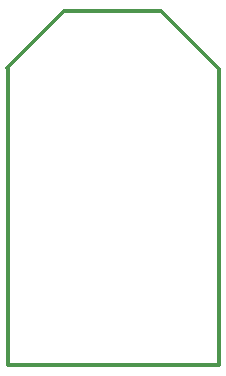
<source format=gko>
%FSLAX44Y44*%
%MOMM*%
G71*
G01*
G75*
G04 Layer_Color=16711935*
%ADD10C,0.0586*%
%ADD11R,0.8000X0.9000*%
%ADD12R,0.9000X0.8000*%
%ADD13R,1.2000X2.0000*%
%ADD14R,1.8000X1.3000*%
%ADD15R,0.4500X1.5000*%
%ADD16O,0.4500X1.5000*%
%ADD17C,0.4000*%
%ADD18C,0.2000*%
%ADD19C,0.7000*%
%ADD20C,0.3000*%
%ADD21C,0.5000*%
%ADD22C,0.8000*%
%ADD23R,2.4400X2.4400*%
%ADD24R,2.4400X2.4400*%
%ADD25C,2.3000*%
%ADD26C,1.8000*%
%ADD27C,1.0000*%
%ADD28C,0.4000*%
%ADD29C,0.5000*%
%ADD30C,0.1000*%
%ADD31C,0.1500*%
%ADD32R,1.0032X1.1032*%
%ADD33R,1.1032X1.0032*%
%ADD34R,1.4032X2.2032*%
%ADD35R,2.0032X1.5032*%
%ADD36R,0.6532X1.7032*%
%ADD37O,0.6532X1.7032*%
%ADD38R,2.6432X2.6432*%
%ADD39R,2.6432X2.6432*%
%ADD40C,2.5032*%
%ADD41C,2.0032*%
%ADD42C,1.2032*%
%ADD43C,0.6032*%
%ADD44C,0.7032*%
D20*
X-88900Y0D02*
X90170D01*
X-41000Y300000D02*
X40640D01*
X-89220Y251780D02*
X-41000Y300000D01*
X40640D02*
X90170Y250470D01*
Y163650D02*
Y250470D01*
X-88900Y0D02*
Y158750D01*
X90170D02*
Y163650D01*
Y0D02*
Y158750D01*
X-88900D02*
Y252100D01*
M02*

</source>
